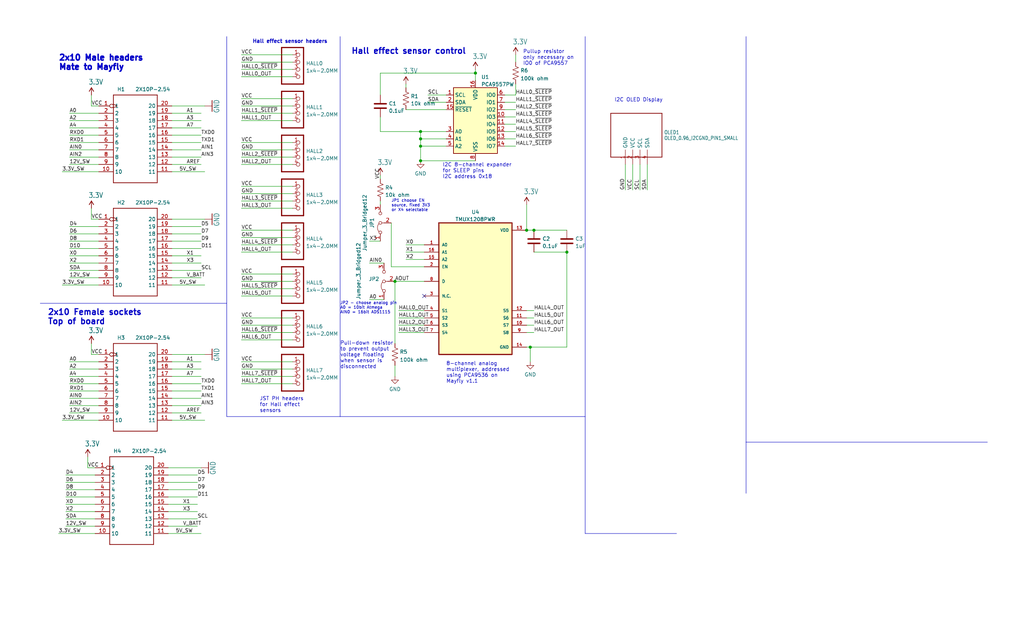
<source format=kicad_sch>
(kicad_sch (version 20230121) (generator eeschema)
  (paper "USLegal")
  (title_block (title "Mayfly adapter") (date "2023-01-27") (rev "B"))
  (lib_symbols
    (symbol "Device:C" (pin_numbers hide) (pin_names (offset 0.254))
      (property "Reference" "C" (at 0.635 2.54 0))
      (property "Value" "C" (at 0.635 -2.54 0))
      (symbol "C_0_1"
        (polyline (pts (xy -2.032 -0.762) (xy 2.032 -0.762)) (stroke (width 0.508)))
        (polyline (pts (xy -2.032 0.762) (xy 2.032 0.762)) (stroke (width 0.508)))
      )
      (symbol "C_1_1"
        (pin passive line (at 0 3.81 270) (length 2.794) (name "~") (number "1"))
        (pin passive line (at 0 -3.81 90) (length 2.794) (name "~") (number "2"))
      )
    )
    (symbol "Device:R_US" (pin_numbers hide) (pin_names (offset 0))
      (property "Reference" "R" (at 2.54 0 90))
      (property "Value" "R_US" (at -2.54 0 90))
      (symbol "R_US_0_1"
        (polyline (pts (xy 0 -2.286) (xy 0 -2.54)))
        (polyline (pts (xy 0 2.286) (xy 0 2.54)))
        (polyline (pts (xy 0 -0.762) (xy 1.016 -1.143) (xy 0 -1.524) (xy -1.016 -1.905) (xy 0 -2.286)))
        (polyline (pts (xy 0 0.762) (xy 1.016 0.381) (xy 0 0) (xy -1.016 -0.381) (xy 0 -0.762)))
        (polyline (pts (xy 0 2.286) (xy 1.016 1.905) (xy 0 1.524) (xy -1.016 1.143) (xy 0 0.762)))
      )
      (symbol "R_US_1_1"
        (pin passive line (at 0 3.81 270) (length 1.27) (name "~") (number "1"))
        (pin passive line (at 0 -3.81 90) (length 1.27) (name "~") (number "2"))
      )
    )
    (symbol "Interface_Expansion:PCA9557PW"
      (property "Reference" "U" (at -7.62 11.43 0))
      (property "Value" "PCA9557PW" (at 2.54 11.43 0))
      (symbol "PCA9557PW_0_1"
        (rectangle (start -7.62 -12.7) (end 7.62 10.16) (stroke (width 0.254)) (fill (type background)))
      )
      (symbol "PCA9557PW_1_1"
        (pin input line (at -10.16 7.62 0) (length 2.54) (name "SCL") (number "1"))
        (pin bidirectional line (at 10.16 0 180) (length 2.54) (name "IO3") (number "10"))
        (pin bidirectional line (at 10.16 -2.54 180) (length 2.54) (name "IO4") (number "11"))
        (pin bidirectional line (at 10.16 -5.08 180) (length 2.54) (name "IO5") (number "12"))
        (pin bidirectional line (at 10.16 -7.62 180) (length 2.54) (name "IO6") (number "13"))
        (pin bidirectional line (at 10.16 -10.16 180) (length 2.54) (name "IO7") (number "14"))
        (pin input line (at -10.16 2.54 0) (length 2.54) (name "~{RESET}") (number "15"))
        (pin power_in line (at 0 12.7 270) (length 2.54) (name "VDD") (number "16"))
        (pin bidirectional line (at -10.16 5.08 0) (length 2.54) (name "SDA") (number "2"))
        (pin input line (at -10.16 -5.08 0) (length 2.54) (name "A0") (number "3"))
        (pin input line (at -10.16 -7.62 0) (length 2.54) (name "A1") (number "4"))
        (pin input line (at -10.16 -10.16 0) (length 2.54) (name "A2") (number "5"))
        (pin bidirectional line (at 10.16 7.62 180) (length 2.54) (name "IO0") (number "6"))
        (pin bidirectional line (at 10.16 5.08 180) (length 2.54) (name "IO1") (number "7"))
        (pin power_in line (at 0 -15.24 90) (length 2.54) (name "VSS") (number "8"))
        (pin bidirectional line (at 10.16 2.54 180) (length 2.54) (name "IO2") (number "9"))
      )
    )
    (symbol "Jumper:Jumper_3_Bridged12" (pin_names (offset 0) hide)
      (property "Reference" "JP" (at -2.54 -2.54 0))
      (property "Value" "Jumper_3_Bridged12" (at 0 2.794 0))
      (symbol "Jumper_3_Bridged12_0_0"
        (circle (center -3.302 0) (radius 0.508))
        (circle (center 0 0) (radius 0.508))
        (circle (center 3.302 0) (radius 0.508))
      )
      (symbol "Jumper_3_Bridged12_0_1"
        (arc (start -0.254 0.508) (mid -1.651 0.9912) (end -3.048 0.508))
        (polyline (pts (xy 0 -1.27) (xy 0 -0.508)))
      )
      (symbol "Jumper_3_Bridged12_1_1"
        (pin passive line (at -6.35 0 0) (length 2.54) (name "A") (number "1"))
        (pin passive line (at 0 -3.81 90) (length 2.54) (name "C") (number "2"))
        (pin passive line (at 6.35 0 180) (length 2.54) (name "B") (number "3"))
      )
    )
    (symbol "Mayfly_v1p0_revA3_public-eagle-import:3.3V" (power)
      (property "Value" "3.3V" (at -1.016 3.556 0))
      (symbol "3.3V_1_0"
        (polyline (pts (xy 0 2.54) (xy -0.762 1.27)) (stroke (width 0.254)))
        (polyline (pts (xy 0.762 1.27) (xy 0 2.54)) (stroke (width 0.254)))
        (pin power_in line (at 0 0 90) (length 2.54) (name "3.3V") (number "1"))
      )
    )
    (symbol "Mayfly_v1p0_revA3_public-eagle-import:DIP-BLACK-FEMALE-HEADER(2X10P-2.54)-2.54"
      (property "Reference" "J" (at -6.35 17.78 0))
      (property "Value" "DIP-BLACK-FEMALE-HEADER(2X10P-2.54)-2.54" (at 0 17.78 0))
      (symbol "DIP-BLACK-FEMALE-HEADER(2X10P-2.54)-2.54_1_0"
        (polyline (pts (xy -7.62 -13.97) (xy -7.62 16.51)) (stroke (width 0.254)))
        (polyline (pts (xy -7.62 16.51) (xy 7.62 16.51)) (stroke (width 0.254)))
        (polyline (pts (xy 7.62 -13.97) (xy -7.62 -13.97)) (stroke (width 0.254)))
        (polyline (pts (xy 7.62 16.51) (xy 7.62 -13.97)) (stroke (width 0.254)))
        (pin bidirectional inverted_clock (at -12.7 12.7 0) (length 5.08) (name "1") (number "1"))
        (pin bidirectional line (at -12.7 -10.16 0) (length 5.08) (name "10") (number "10"))
        (pin bidirectional line (at 12.7 -10.16 180) (length 5.08) (name "11") (number "11"))
        (pin bidirectional line (at 12.7 -7.62 180) (length 5.08) (name "12") (number "12"))
        (pin bidirectional line (at 12.7 -5.08 180) (length 5.08) (name "13") (number "13"))
        (pin bidirectional line (at 12.7 -2.54 180) (length 5.08) (name "14") (number "14"))
        (pin bidirectional line (at 12.7 0 180) (length 5.08) (name "15") (number "15"))
        (pin bidirectional line (at 12.7 2.54 180) (length 5.08) (name "16") (number "16"))
        (pin bidirectional line (at 12.7 5.08 180) (length 5.08) (name "17") (number "17"))
        (pin bidirectional line (at 12.7 7.62 180) (length 5.08) (name "18") (number "18"))
        (pin bidirectional line (at 12.7 10.16 180) (length 5.08) (name "19") (number "19"))
        (pin bidirectional line (at -12.7 10.16 0) (length 5.08) (name "2") (number "2"))
        (pin bidirectional line (at 12.7 12.7 180) (length 5.08) (name "20") (number "20"))
        (pin bidirectional line (at -12.7 7.62 0) (length 5.08) (name "3") (number "3"))
        (pin bidirectional line (at -12.7 5.08 0) (length 5.08) (name "4") (number "4"))
        (pin bidirectional line (at -12.7 2.54 0) (length 5.08) (name "5") (number "5"))
        (pin bidirectional line (at -12.7 0 0) (length 5.08) (name "6") (number "6"))
        (pin bidirectional line (at -12.7 -2.54 0) (length 5.08) (name "7") (number "7"))
        (pin bidirectional line (at -12.7 -5.08 0) (length 5.08) (name "8") (number "8"))
        (pin bidirectional line (at -12.7 -7.62 0) (length 5.08) (name "9") (number "9"))
      )
    )
    (symbol "Mayfly_v1p0_revA3_public-eagle-import:GND" (power)
      (property "Value" "GND" (at -2.54 -2.54 0))
      (symbol "GND_1_0"
        (polyline (pts (xy -1.905 0) (xy 1.905 0)) (stroke (width 0.254)))
        (pin power_in line (at 0 2.54 270) (length 2.54) (name "GND") (number "1"))
      )
    )
    (symbol "Miller_parts:1x4-2.0MM"
      (property "Reference" "H" (at 0 16.51 0))
      (property "Value" "1x4-2.0MM" (at 0 0 0))
      (symbol "1x4-2.0MM_1_0"
        (polyline (pts (xy -3.81 1.27) (xy 3.81 1.27)) (stroke (width 0.4064)))
        (polyline (pts (xy -3.81 13.97) (xy -3.81 1.27)) (stroke (width 0.4064)))
        (polyline (pts (xy 3.81 1.27) (xy 3.81 13.97)) (stroke (width 0.4064)))
        (polyline (pts (xy 3.81 13.97) (xy -3.81 13.97)) (stroke (width 0.4064)))
        (pin passive inverted (at 0 11.43 0) (length 2.54) (name "1") (number "1"))
        (pin passive inverted (at 0 8.89 0) (length 2.54) (name "2") (number "2"))
        (pin passive inverted (at 0 6.35 0) (length 2.54) (name "3") (number "3"))
        (pin passive inverted (at 0 3.81 0) (length 2.54) (name "4") (number "4"))
      )
    )
    (symbol "OLED_0.96_I2Cgnd_pin1_small:OLED_0.96_I2CGND_PIN1_SMALL"
      (property "Reference" "OLED0" (at -10.668 -7.112 90))
      (property "Value" "OLED_0.96_I2CGND_PIN1_SMALL" (at -10.668 0.508 90))
      (symbol "OLED_0.96_I2CGND_PIN1_SMALL_1_0"
        (polyline (pts (xy -10.16 -7.62) (xy -10.16 7.62)) (stroke (width 0.254)))
        (polyline (pts (xy -10.16 7.62) (xy 7.62 7.62)) (stroke (width 0.254)))
        (polyline (pts (xy 7.62 -7.62) (xy -10.16 -7.62)) (stroke (width 0.254)))
        (polyline (pts (xy 7.62 7.62) (xy 7.62 -7.62)) (stroke (width 0.254)))
        (pin bidirectional line (at -5.08 -10.16 90) (length 5.08) (name "GND") (number "1"))
        (pin bidirectional line (at -2.54 -10.16 90) (length 5.08) (name "VCC") (number "2"))
        (pin bidirectional line (at 0 -10.16 90) (length 5.08) (name "SCL") (number "3"))
        (pin bidirectional line (at 2.54 -10.16 90) (length 5.08) (name "SDA") (number "4"))
      )
    )
    (symbol "TMUX1208PWR:TMUX1208PWR" (pin_names (offset 1.016))
      (property "Reference" "U" (at -12.7 23.8506 0))
      (property "Value" "TMUX1208PWR" (at -12.7 -26.8478 0))
      (symbol "TMUX1208PWR_0_0"
        (rectangle (start -12.7 -22.86) (end 12.7 22.86) (stroke (width 0.4064)) (fill (type background)))
        (pin input line (at -17.78 15.24 0) (length 5.08) (name "A0") (number "1"))
        (pin bidirectional line (at 17.78 -12.7 180) (length 5.08) (name "S7") (number "10"))
        (pin bidirectional line (at 17.78 -10.16 180) (length 5.08) (name "S6") (number "11"))
        (pin bidirectional line (at 17.78 -7.62 180) (length 5.08) (name "S5") (number "12"))
        (pin power_in line (at 17.78 20.32 180) (length 5.08) (name "VDD") (number "13"))
        (pin power_in line (at 17.78 -20.32 180) (length 5.08) (name "GND") (number "14"))
        (pin input line (at -17.78 10.16 0) (length 5.08) (name "A2") (number "15"))
        (pin input line (at -17.78 12.7 0) (length 5.08) (name "A1") (number "16"))
        (pin input line (at -17.78 7.62 0) (length 5.08) (name "EN") (number "2"))
        (pin bidirectional line (at -17.78 -2.54 0) (length 5.08) (name "N.C.") (number "3"))
        (pin bidirectional line (at -17.78 -7.62 0) (length 5.08) (name "S1") (number "4"))
        (pin bidirectional line (at -17.78 -10.16 0) (length 5.08) (name "S2") (number "5"))
        (pin bidirectional line (at -17.78 -12.7 0) (length 5.08) (name "S3") (number "6"))
        (pin bidirectional line (at -17.78 -15.24 0) (length 5.08) (name "S4") (number "7"))
        (pin bidirectional line (at -17.78 2.54 0) (length 5.08) (name "D") (number "8"))
        (pin bidirectional line (at 17.78 -15.24 180) (length 5.08) (name "S8") (number "9"))
      )
    )
    (symbol "power:GND" (power) (pin_names (offset 0))
      (property "Value" "GND" (at 0 -3.81 0))
      (symbol "GND_0_1"
        (polyline (pts (xy 0 0) (xy 0 -1.27) (xy 1.27 -1.27) (xy 0 -2.54) (xy -1.27 -1.27) (xy 0 -1.27)))
      )
      (symbol "GND_1_1"
        (pin power_in line (at 0 0 270) (length 0) hide (name "GND") (number "1"))
      )
    )
  )
  (junction (at 137.16 97.79))
  (junction (at 165.1 25.4))
  (junction (at 182.88 80.01))
  (junction (at 185.42 80.01))
  (junction (at 184.15 120.65))
  (junction (at 146.05 48.26))
  (junction (at 146.05 55.88))
  (junction (at 146.05 45.72))
  (junction (at 196.85 87.63))
  (junction (at 146.05 50.8))
  (no_connect (at 147.32 102.87))
  (wire (pts (xy 58.42 175.26) (xy 68.58 175.26)))
  (wire (pts (xy 24.13 125.73) (xy 34.29 125.73)))
  (wire (pts (xy 83.82 133.35) (xy 101.6 133.35)))
  (wire (pts (xy 59.69 133.35) (xy 69.85 133.35)))
  (wire (pts (xy 59.69 91.44) (xy 69.85 91.44)))
  (wire (pts (xy 128.27 83.82) (xy 132.08 83.82)))
  (wire (pts (xy 175.26 43.18) (xy 179.07 43.18)))
  (wire (pts (xy 83.82 72.39) (xy 101.6 72.39)))
  (wire (pts (xy 83.82 85.09) (xy 101.6 85.09)))
  (wire (pts (xy 33.02 162.56) (xy 30.48 162.56)))
  (polyline (pts (xy 203.2 185.42) (xy 234.95 185.42)))
  (wire (pts (xy 175.26 45.72) (xy 179.07 45.72)))
  (wire (pts (xy 146.05 50.8) (xy 154.94 50.8)))
  (wire (pts (xy 58.42 170.18) (xy 68.58 170.18)))
  (wire (pts (xy 59.69 96.52) (xy 69.85 96.52)))
  (wire (pts (xy 34.29 36.83) (xy 31.75 36.83)))
  (polyline (pts (xy 203.2 12.7) (xy 203.2 144.78)))
  (wire (pts (xy 33.02 177.8) (xy 22.86 177.8)))
  (wire (pts (xy 59.69 135.89) (xy 69.85 135.89)))
  (wire (pts (xy 34.29 138.43) (xy 24.13 138.43)))
  (polyline (pts (xy 118.11 144.78) (xy 203.2 144.78)))
  (wire (pts (xy 222.25 57.15) (xy 222.25 66.04)))
  (wire (pts (xy 83.82 39.37) (xy 101.6 39.37)))
  (wire (pts (xy 135.89 92.71) (xy 147.32 92.71)))
  (wire (pts (xy 24.13 41.91) (xy 34.29 41.91)))
  (wire (pts (xy 59.69 49.53) (xy 69.85 49.53)))
  (wire (pts (xy 34.29 81.28) (xy 24.13 81.28)))
  (wire (pts (xy 59.69 143.51) (xy 69.85 143.51)))
  (wire (pts (xy 59.69 57.15) (xy 69.85 57.15)))
  (polyline (pts (xy 203.2 144.78) (xy 203.2 185.42)))
  (wire (pts (xy 175.26 38.1) (xy 179.07 38.1)))
  (wire (pts (xy 34.29 78.74) (xy 24.13 78.74)))
  (wire (pts (xy 69.85 41.91) (xy 59.69 41.91)))
  (wire (pts (xy 83.82 102.87) (xy 101.6 102.87)))
  (wire (pts (xy 59.69 130.81) (xy 69.85 130.81)))
  (wire (pts (xy 59.69 123.19) (xy 71.12 123.19)))
  (wire (pts (xy 185.42 80.01) (xy 182.88 80.01)))
  (wire (pts (xy 59.69 88.9) (xy 69.85 88.9)))
  (wire (pts (xy 83.82 82.55) (xy 101.6 82.55)))
  (wire (pts (xy 59.69 125.73) (xy 69.85 125.73)))
  (wire (pts (xy 146.05 48.26) (xy 146.05 50.8)))
  (wire (pts (xy 34.29 135.89) (xy 24.13 135.89)))
  (wire (pts (xy 154.94 45.72) (xy 146.05 45.72)))
  (wire (pts (xy 34.29 91.44) (xy 24.13 91.44)))
  (wire (pts (xy 83.82 36.83) (xy 101.6 36.83)))
  (wire (pts (xy 132.08 25.4) (xy 132.08 33.02)))
  (wire (pts (xy 24.13 128.27) (xy 34.29 128.27)))
  (wire (pts (xy 34.29 49.53) (xy 24.13 49.53)))
  (wire (pts (xy 179.07 19.05) (xy 179.07 21.59)))
  (wire (pts (xy 175.26 35.56) (xy 179.07 35.56)))
  (wire (pts (xy 83.82 115.57) (xy 101.6 115.57)))
  (wire (pts (xy 83.82 67.31) (xy 101.6 67.31)))
  (wire (pts (xy 138.43 113.03) (xy 147.32 113.03)))
  (wire (pts (xy 83.82 87.63) (xy 101.6 87.63)))
  (wire (pts (xy 24.13 130.81) (xy 34.29 130.81)))
  (wire (pts (xy 175.26 50.8) (xy 179.07 50.8)))
  (wire (pts (xy 31.75 33.02) (xy 31.75 36.83)))
  (wire (pts (xy 148.59 35.56) (xy 154.94 35.56)))
  (polyline (pts (xy 118.11 144.78) (xy 78.74 144.78)))
  (wire (pts (xy 132.08 45.72) (xy 146.05 45.72)))
  (wire (pts (xy 30.48 158.75) (xy 30.48 162.56)))
  (wire (pts (xy 34.29 133.35) (xy 24.13 133.35)))
  (wire (pts (xy 83.82 100.33) (xy 101.6 100.33)))
  (wire (pts (xy 59.69 52.07) (xy 69.85 52.07)))
  (wire (pts (xy 83.82 97.79) (xy 101.6 97.79)))
  (wire (pts (xy 58.42 172.72) (xy 68.58 172.72)))
  (polyline (pts (xy 259.08 153.67) (xy 342.9 153.67)))
  (wire (pts (xy 59.69 59.69) (xy 71.12 59.69)))
  (wire (pts (xy 182.88 71.12) (xy 182.88 80.01)))
  (wire (pts (xy 146.05 50.8) (xy 146.05 55.88)))
  (wire (pts (xy 83.82 69.85) (xy 101.6 69.85)))
  (wire (pts (xy 83.82 19.05) (xy 101.6 19.05)))
  (wire (pts (xy 34.29 76.2) (xy 31.75 76.2)))
  (wire (pts (xy 140.97 90.17) (xy 147.32 90.17)))
  (wire (pts (xy 146.05 55.88) (xy 165.1 55.88)))
  (wire (pts (xy 132.08 40.64) (xy 132.08 45.72)))
  (wire (pts (xy 196.85 120.65) (xy 184.15 120.65)))
  (wire (pts (xy 34.29 83.82) (xy 24.13 83.82)))
  (wire (pts (xy 182.88 110.49) (xy 185.42 110.49)))
  (wire (pts (xy 182.88 113.03) (xy 185.42 113.03)))
  (polyline (pts (xy 259.08 153.67) (xy 259.08 171.45)))
  (wire (pts (xy 59.69 46.99) (xy 69.85 46.99)))
  (wire (pts (xy 132.08 60.96) (xy 132.08 62.23)))
  (wire (pts (xy 33.02 180.34) (xy 22.86 180.34)))
  (wire (pts (xy 132.08 25.4) (xy 165.1 25.4)))
  (wire (pts (xy 137.16 97.79) (xy 137.16 119.38)))
  (wire (pts (xy 83.82 41.91) (xy 101.6 41.91)))
  (wire (pts (xy 83.82 110.49) (xy 101.6 110.49)))
  (polyline (pts (xy 78.74 12.7) (xy 78.74 105.41)))
  (polyline (pts (xy 13.97 105.41) (xy 78.74 105.41)))
  (wire (pts (xy 185.42 87.63) (xy 196.85 87.63)))
  (wire (pts (xy 59.69 78.74) (xy 69.85 78.74)))
  (wire (pts (xy 34.29 123.19) (xy 31.75 123.19)))
  (wire (pts (xy 34.29 140.97) (xy 24.13 140.97)))
  (wire (pts (xy 59.69 86.36) (xy 69.85 86.36)))
  (wire (pts (xy 182.88 107.95) (xy 185.42 107.95)))
  (wire (pts (xy 34.29 54.61) (xy 24.13 54.61)))
  (wire (pts (xy 83.82 34.29) (xy 101.6 34.29)))
  (wire (pts (xy 34.29 52.07) (xy 24.13 52.07)))
  (polyline (pts (xy 78.74 144.78) (xy 78.74 105.41)))
  (wire (pts (xy 175.26 48.26) (xy 179.07 48.26)))
  (wire (pts (xy 146.05 45.72) (xy 146.05 48.26)))
  (wire (pts (xy 69.85 128.27) (xy 59.69 128.27)))
  (wire (pts (xy 83.82 113.03) (xy 101.6 113.03)))
  (wire (pts (xy 83.82 80.01) (xy 101.6 80.01)))
  (wire (pts (xy 34.29 146.05) (xy 21.59 146.05)))
  (wire (pts (xy 34.29 59.69) (xy 21.59 59.69)))
  (wire (pts (xy 58.42 165.1) (xy 68.58 165.1)))
  (wire (pts (xy 140.97 29.21) (xy 140.97 30.48)))
  (wire (pts (xy 59.69 146.05) (xy 71.12 146.05)))
  (wire (pts (xy 83.82 57.15) (xy 101.6 57.15)))
  (wire (pts (xy 175.26 40.64) (xy 179.07 40.64)))
  (wire (pts (xy 33.02 170.18) (xy 22.86 170.18)))
  (wire (pts (xy 59.69 76.2) (xy 71.12 76.2)))
  (wire (pts (xy 135.89 77.47) (xy 135.89 92.71)))
  (wire (pts (xy 140.97 87.63) (xy 147.32 87.63)))
  (wire (pts (xy 58.42 185.42) (xy 69.85 185.42)))
  (wire (pts (xy 83.82 64.77) (xy 101.6 64.77)))
  (wire (pts (xy 83.82 128.27) (xy 101.6 128.27)))
  (wire (pts (xy 59.69 44.45) (xy 69.85 44.45)))
  (wire (pts (xy 132.08 69.85) (xy 132.08 71.12)))
  (wire (pts (xy 224.79 57.15) (xy 224.79 66.04)))
  (wire (pts (xy 83.82 21.59) (xy 101.6 21.59)))
  (wire (pts (xy 34.29 96.52) (xy 24.13 96.52)))
  (wire (pts (xy 34.29 46.99) (xy 24.13 46.99)))
  (wire (pts (xy 58.42 167.64) (xy 68.58 167.64)))
  (wire (pts (xy 24.13 39.37) (xy 34.29 39.37)))
  (wire (pts (xy 83.82 95.25) (xy 101.6 95.25)))
  (wire (pts (xy 33.02 182.88) (xy 22.86 182.88)))
  (wire (pts (xy 59.69 81.28) (xy 69.85 81.28)))
  (wire (pts (xy 59.69 140.97) (xy 69.85 140.97)))
  (wire (pts (xy 34.29 143.51) (xy 24.13 143.51)))
  (wire (pts (xy 83.82 130.81) (xy 101.6 130.81)))
  (wire (pts (xy 58.42 182.88) (xy 68.58 182.88)))
  (wire (pts (xy 185.42 80.01) (xy 196.85 80.01)))
  (wire (pts (xy 165.1 24.13) (xy 165.1 25.4)))
  (wire (pts (xy 182.88 115.57) (xy 185.42 115.57)))
  (wire (pts (xy 33.02 172.72) (xy 22.86 172.72)))
  (wire (pts (xy 83.82 125.73) (xy 101.6 125.73)))
  (wire (pts (xy 58.42 177.8) (xy 68.58 177.8)))
  (wire (pts (xy 182.88 120.65) (xy 184.15 120.65)))
  (wire (pts (xy 33.02 165.1) (xy 22.86 165.1)))
  (wire (pts (xy 137.16 127) (xy 137.16 130.81)))
  (wire (pts (xy 59.69 138.43) (xy 69.85 138.43)))
  (wire (pts (xy 196.85 87.63) (xy 196.85 120.65)))
  (wire (pts (xy 179.07 29.21) (xy 179.07 33.02)))
  (wire (pts (xy 140.97 85.09) (xy 147.32 85.09)))
  (wire (pts (xy 138.43 115.57) (xy 147.32 115.57)))
  (wire (pts (xy 83.82 49.53) (xy 101.6 49.53)))
  (wire (pts (xy 137.16 97.79) (xy 147.32 97.79)))
  (wire (pts (xy 58.42 180.34) (xy 68.58 180.34)))
  (wire (pts (xy 31.75 119.38) (xy 31.75 123.19)))
  (wire (pts (xy 128.27 104.14) (xy 133.35 104.14)))
  (wire (pts (xy 59.69 99.06) (xy 71.12 99.06)))
  (polyline (pts (xy 259.08 12.7) (xy 259.08 153.67)))
  (wire (pts (xy 33.02 167.64) (xy 22.86 167.64)))
  (wire (pts (xy 128.27 91.44) (xy 133.35 91.44)))
  (wire (pts (xy 59.69 83.82) (xy 69.85 83.82)))
  (wire (pts (xy 138.43 110.49) (xy 147.32 110.49)))
  (wire (pts (xy 165.1 25.4) (xy 165.1 27.94)))
  (wire (pts (xy 58.42 162.56) (xy 69.85 162.56)))
  (wire (pts (xy 34.29 93.98) (xy 24.13 93.98)))
  (wire (pts (xy 33.02 185.42) (xy 20.32 185.42)))
  (wire (pts (xy 59.69 93.98) (xy 69.85 93.98)))
  (wire (pts (xy 217.17 57.15) (xy 217.17 66.04)))
  (wire (pts (xy 34.29 88.9) (xy 24.13 88.9)))
  (polyline (pts (xy 118.11 12.7) (xy 118.11 144.78)))
  (wire (pts (xy 24.13 44.45) (xy 34.29 44.45)))
  (wire (pts (xy 154.94 38.1) (xy 140.97 38.1)))
  (wire (pts (xy 146.05 48.26) (xy 154.94 48.26)))
  (wire (pts (xy 34.29 57.15) (xy 24.13 57.15)))
  (wire (pts (xy 148.59 33.02) (xy 154.94 33.02)))
  (wire (pts (xy 31.75 72.39) (xy 31.75 76.2)))
  (wire (pts (xy 59.69 39.37) (xy 69.85 39.37)))
  (wire (pts (xy 33.02 175.26) (xy 22.86 175.26)))
  (wire (pts (xy 83.82 118.11) (xy 101.6 118.11)))
  (wire (pts (xy 184.15 120.65) (xy 184.15 125.73)))
  (wire (pts (xy 138.43 107.95) (xy 147.32 107.95)))
  (wire (pts (xy 34.29 99.06) (xy 21.59 99.06)))
  (wire (pts (xy 34.29 86.36) (xy 24.13 86.36)))
  (wire (pts (xy 59.69 54.61) (xy 69.85 54.61)))
  (wire (pts (xy 83.82 52.07) (xy 101.6 52.07)))
  (wire (pts (xy 83.82 26.67) (xy 101.6 26.67)))
  (wire (pts (xy 83.82 54.61) (xy 101.6 54.61)))
  (wire (pts (xy 219.71 57.15) (xy 219.71 66.04)))
  (wire (pts (xy 59.69 36.83) (xy 71.12 36.83)))
  (wire (pts (xy 175.26 33.02) (xy 179.07 33.02)))
  (wire (pts (xy 83.82 24.13) (xy 101.6 24.13)))
  (text "Hall effect sensor headers" (at 87.63 15.24 0) (effects (font (size 1.27 1.27) bold) (justify left bottom)))
  (text "JST PH headers\nfor Hall effect\nsensors" (at 90.17 143.51 0) (effects (font (size 1.27 1.27)) (justify left bottom)))
  (text "Pullup resistor\nonly necessary on\nIO0 of PCA9557" (at 181.61 22.86 0) (effects (font (size 1.27 1.27)) (justify left bottom)))
  (text "JP1 choose EN \nsource, fixed 3V3\nor X4 selectable" (at 135.89 73.66 0) (effects (font (size 1 1)) (justify left bottom)))
  (text "2x10 Female sockets\nTop of board" (at 16.51 113.03 0) (effects (font (size 2 2) bold) (justify left bottom)))
  (text "JP2 - choose analog pin\nA0 = 10bit Atmega\nAIN0 = 16bit ADS1115" (at 118.11 109.22 0) (effects (font (size 1 1)) (justify left bottom)))
  (text "I2C OLED Display" (at 213.36 35.56 0) (effects (font (size 1.27 1.27)) (justify left bottom)))
  (text "I2C 8-channel expander\nfor SLEEP pins\nI2C address 0x18" (at 153.67 62.23 0) (effects (font (size 1.27 1.27)) (justify left bottom)))
  (text "Hall effect sensor control" (at 121.92 19.05 0) (effects (font (size 2 2) (thickness 0.4) bold) (justify left bottom)))
  (text "8-channel analog\nmultiplexer, addressed\nusing PCA9536 on \nMayfly v1.1" (at 154.94 133.35 0) (effects (font (size 1.27 1.27)) (justify left bottom)))
  (text "Pull-down resistor\nto prevent output\nvoltage floating\nwhen sensor is\ndisconnected" (at 118.11 128.27 0) (effects (font (size 1.27 1.27)) (justify left bottom)))
  (text "2x10 Male headers\nMate to Mayfly" (at 20.32 19.05 0) (effects (font (size 2 2) (thickness 0.6477) bold) (justify left top)))
  (label "D11" (at 68.58 172.72 0) (effects (font (size 1.2446 1.2446))))
  (label "SDA" (at 22.86 180.34 0) (effects (font (size 1.2446 1.2446))))
  (label "HALL7_OUT" (at 185.42 115.57 0))
  (label "HALL6_~{SLEEP}" (at 179.07 48.26 0))
  (label "HALL3_~{SLEEP}" (at 83.82 69.85 0))
  (label "RXD1" (at 24.13 49.53 0) (effects (font (size 1.2446 1.2446))))
  (label "AIN1" (at 69.85 138.43 0) (effects (font (size 1.2446 1.2446))))
  (label "VCC" (at 83.82 125.73 0))
  (label "X2" (at 140.97 90.17 0))
  (label "D7" (at 69.85 81.28 0) (effects (font (size 1.2446 1.2446))))
  (label "VCC" (at 83.82 95.25 0))
  (label "V_BATT" (at 64.77 96.52 0) (effects (font (size 1.2446 1.2446))))
  (label "VCC" (at 83.82 49.53 0))
  (label "SDA" (at 148.59 35.56 0))
  (label "A1" (at 64.77 125.73 0) (effects (font (size 1.2446 1.2446))))
  (label "X3" (at 128.27 83.82 0))
  (label "GND" (at 83.82 128.27 0))
  (label "HALL6_OUT" (at 185.42 113.03 0))
  (label "SCL" (at 148.59 33.02 0))
  (label "RXD1" (at 24.13 135.89 0) (effects (font (size 1.2446 1.2446))))
  (label "HALL0_~{SLEEP}" (at 83.82 24.13 0))
  (label "X2" (at 22.86 177.8 0) (effects (font (size 1.2446 1.2446))))
  (label "HALL4_OUT" (at 185.42 107.95 0))
  (label "VCC" (at 31.75 36.83 0))
  (label "GND" (at 217.17 66.04 90))
  (label "D6" (at 22.86 167.64 0) (effects (font (size 1.2446 1.2446))))
  (label "D10" (at 24.13 86.36 0) (effects (font (size 1.2446 1.2446))))
  (label "GND" (at 83.82 36.83 0))
  (label "A1" (at 64.77 39.37 0) (effects (font (size 1.2446 1.2446))))
  (label "X3" (at 63.5 177.8 0) (effects (font (size 1.2446 1.2446))))
  (label "AREF" (at 64.77 57.15 0) (effects (font (size 1.2446 1.2446))))
  (label "D9" (at 69.85 83.82 0) (effects (font (size 1.2446 1.2446))))
  (label "D7" (at 68.58 167.64 0) (effects (font (size 1.2446 1.2446))))
  (label "5V_SW" (at 60.96 185.42 0) (effects (font (size 1.2446 1.2446))))
  (label "D9" (at 68.58 170.18 0) (effects (font (size 1.2446 1.2446))))
  (label "12V_SW" (at 22.86 182.88 0) (effects (font (size 1.2446 1.2446))))
  (label "V_BATT" (at 63.5 182.88 0) (effects (font (size 1.2446 1.2446))))
  (label "HALL0_OUT" (at 138.43 107.95 0))
  (label "HALL5_OUT" (at 185.42 110.49 0))
  (label "3.3V_SW" (at 20.32 185.42 0) (effects (font (size 1.2446 1.2446))))
  (label "GND" (at 83.82 82.55 0))
  (label "3.3V_SW" (at 21.59 99.06 0) (effects (font (size 1.2446 1.2446))))
  (label "AIN3" (at 69.85 140.97 0) (effects (font (size 1.2446 1.2446))))
  (label "RXD0" (at 24.13 46.99 0) (effects (font (size 1.2446 1.2446))))
  (label "D10" (at 22.86 172.72 0) (effects (font (size 1.2446 1.2446))))
  (label "SCL" (at 69.85 93.98 0) (effects (font (size 1.2446 1.2446))))
  (label "D5" (at 68.58 165.1 0) (effects (font (size 1.2446 1.2446))))
  (label "HALL2_OUT" (at 138.43 113.03 0))
  (label "VCC" (at 83.82 19.05 0))
  (label "A3" (at 64.77 41.91 0) (effects (font (size 1.2446 1.2446))))
  (label "A2" (at 24.13 128.27 0) (effects (font (size 1.2446 1.2446))))
  (label "VCC" (at 219.71 66.04 90))
  (label "HALL5_~{SLEEP}" (at 179.07 45.72 0))
  (label "AOUT" (at 137.16 97.79 0))
  (label "VCC" (at 83.82 110.49 0))
  (label "HALL3_~{SLEEP}" (at 179.07 40.64 0))
  (label "GND" (at 83.82 113.03 0))
  (label "X3" (at 64.77 91.44 0) (effects (font (size 1.2446 1.2446))))
  (label "AREF" (at 64.77 143.51 0) (effects (font (size 1.2446 1.2446))))
  (label "HALL0_~{SLEEP}" (at 179.07 33.02 0))
  (label "5V_SW" (at 62.23 146.05 0) (effects (font (size 1.2446 1.2446))))
  (label "A0" (at 24.13 39.37 0) (effects (font (size 1.2446 1.2446))))
  (label "12V_SW" (at 24.13 96.52 0) (effects (font (size 1.2446 1.2446))))
  (label "D5" (at 69.85 78.74 0) (effects (font (size 1.2446 1.2446))))
  (label "D4" (at 22.86 165.1 0) (effects (font (size 1.2446 1.2446))))
  (label "SDA" (at 224.79 66.04 90))
  (label "D4" (at 24.13 78.74 0) (effects (font (size 1.2446 1.2446))))
  (label "12V_SW" (at 24.13 143.51 0) (effects (font (size 1.2446 1.2446))))
  (label "5V_SW" (at 62.23 99.06 0) (effects (font (size 1.2446 1.2446))))
  (label "VCC" (at 31.75 76.2 0))
  (label "VCC" (at 31.75 123.19 0))
  (label "A4" (at 24.13 44.45 0) (effects (font (size 1.2446 1.2446))))
  (label "HALL6_~{SLEEP}" (at 83.82 115.57 0))
  (label "A7" (at 64.77 130.81 0) (effects (font (size 1.2446 1.2446))))
  (label "AIN0" (at 24.13 52.07 0) (effects (font (size 1.2446 1.2446))))
  (label "AIN2" (at 24.13 54.61 0) (effects (font (size 1.2446 1.2446))))
  (label "VCC" (at 30.48 162.56 0))
  (label "AIN3" (at 69.85 54.61 0) (effects (font (size 1.2446 1.2446))))
  (label "D11" (at 69.85 86.36 0) (effects (font (size 1.2446 1.2446))))
  (label "X0" (at 140.97 85.09 0))
  (label "HALL0_OUT" (at 83.82 26.67 0))
  (label "TXD0" (at 69.85 46.99 0) (effects (font (size 1.2446 1.2446))))
  (label "HALL2_OUT" (at 83.82 57.15 0))
  (label "AIN0" (at 24.13 138.43 0) (effects (font (size 1.2446 1.2446))))
  (label "HALL1_OUT" (at 83.82 41.91 0))
  (label "HALL3_OUT" (at 83.82 72.39 0))
  (label "X1" (at 140.97 87.63 0))
  (label "HALL5_~{SLEEP}" (at 83.82 100.33 0))
  (label "RXD0" (at 24.13 133.35 0) (effects (font (size 1.2446 1.2446))))
  (label "X2" (at 24.13 91.44 0) (effects (font (size 1.2446 1.2446))))
  (label "X1" (at 63.5 175.26 0) (effects (font (size 1.2446 1.2446))))
  (label "HALL2_~{SLEEP}" (at 83.82 54.61 0))
  (label "AIN2" (at 24.13 140.97 0) (effects (font (size 1.2446 1.2446))))
  (label "HALL4_~{SLEEP}" (at 179.07 43.18 0))
  (label "12V_SW" (at 24.13 57.15 0) (effects (font (size 1.2446 1.2446))))
  (label "3.3V_SW" (at 21.59 146.05 0) (effects (font (size 1.2446 1.2446))))
  (label "VCC" (at 83.82 64.77 0))
  (label "A2" (at 24.13 41.91 0) (effects (font (size 1.2446 1.2446))))
  (label "HALL3_OUT" (at 138.43 115.57 0))
  (label "5V_SW" (at 62.23 59.69 0) (effects (font (size 1.2446 1.2446))))
  (label "HALL7_OUT" (at 83.82 133.35 0))
  (label "VCC" (at 83.82 80.01 0))
  (label "D8" (at 24.13 83.82 0) (effects (font (size 1.2446 1.2446))))
  (label "HALL7_~{SLEEP}" (at 179.07 50.8 0))
  (label "X1" (at 64.77 88.9 0) (effects (font (size 1.2446 1.2446))))
  (label "A0" (at 128.27 104.14 0))
  (label "GND" (at 83.82 21.59 0))
  (label "HALL4_OUT" (at 83.82 87.63 0))
  (label "GND" (at 83.82 97.79 0))
  (label "AIN1" (at 69.85 52.07 0) (effects (font (size 1.2446 1.2446))))
  (label "GND" (at 83.82 67.31 0))
  (label "HALL7_~{SLEEP}" (at 83.82 130.81 0))
  (label "SDA" (at 24.13 93.98 0) (effects (font (size 1.2446 1.2446))))
  (label "TXD1" (at 69.85 49.53 0) (effects (font (size 1.2446 1.2446))))
  (label "X0" (at 24.13 88.9 0) (effects (font (size 1.2446 1.2446))))
  (label "HALL1_OUT" (at 138.43 110.49 0))
  (label "HALL5_OUT" (at 83.82 102.87 0))
  (label "HALL6_OUT" (at 83.82 118.11 0))
  (label "HALL1_~{SLEEP}" (at 83.82 39.37 0))
  (label "TXD1" (at 69.85 135.89 0) (effects (font (size 1.2446 1.2446))))
  (label "3.3V_SW" (at 21.59 59.69 0) (effects (font (size 1.2446 1.2446))))
  (label "D8" (at 22.86 170.18 0) (effects (font (size 1.2446 1.2446))))
  (label "X0" (at 22.86 175.26 0) (effects (font (size 1.2446 1.2446))))
  (label "VCC" (at 83.82 34.29 0))
  (label "TXD0" (at 69.85 133.35 0) (effects (font (size 1.2446 1.2446))))
  (label "VCC" (at 132.08 62.23 90))
  (label "A3" (at 64.77 128.27 0) (effects (font (size 1.2446 1.2446))))
  (label "A0" (at 24.13 125.73 0) (effects (font (size 1.2446 1.2446))))
  (label "AIN0" (at 128.27 91.44 0))
  (label "GND" (at 83.82 52.07 0))
  (label "HALL4_~{SLEEP}" (at 83.82 85.09 0))
  (label "SCL" (at 222.25 66.04 90))
  (label "D6" (at 24.13 81.28 0) (effects (font (size 1.2446 1.2446))))
  (label "A7" (at 64.77 44.45 0) (effects (font (size 1.2446 1.2446))))
  (label "HALL1_~{SLEEP}" (at 179.07 35.56 0))
  (label "SCL" (at 68.58 180.34 0) (effects (font (size 1.2446 1.2446))))
  (label "HALL2_~{SLEEP}" (at 179.07 38.1 0))
  (label "A4" (at 24.13 130.81 0) (effects (font (size 1.2446 1.2446))))
  (symbol (lib_id "Mayfly_v1p0_revA3_public-eagle-import:DIP-BLACK-FEMALE-HEADER(2X10P-2.54)-2.54") (at 46.99 49.53 0) (unit 1)
    (property "Reference" "H1" (at 40.64 31.75 0) (effects (justify left bottom)))
    (property "Value" "2X10P-2.54" (at 46.99 31.75 0) (effects (justify left bottom)))
    (property "Footprint" "Mayfly_v1p0_revA3_public:H2X10-2.54" (effects hide))
  )
  (symbol (lib_id "Mayfly_v1p0_revA3_public-eagle-import:3.3V") (at 31.75 33.02 0) (unit 1)
    (property "Reference" "#SUPPLY0101" (effects hide))
    (property "Value" "3.3V" (at 30.734 29.464 0) (effects (font (size 1.778 1.5113)) (justify left bottom)))
    (property "Footprint" "Mayfly_v1p0_revA3_public:" (effects hide))
  )
  (symbol (lib_id "Miller_parts:1x4-2.0MM") (at 101.6 60.96 0) (unit 1)
    (property "Reference" "HALL2" (at 106.2482 52.5053 0) (effects (justify left)))
    (property "Value" "1x4-2.0MM" (at 106.2482 55.0422 0) (effects (justify left)))
    (property "Footprint" "Connectors_JST:JST_PH_B4B-PH-K_04x2.00mm_Straight" (effects hide))
  )
  (symbol (lib_id "Miller_parts:1x4-2.0MM") (at 101.6 121.92 0) (unit 1)
    (property "Reference" "HALL6" (at 106.2482 113.4653 0) (effects (justify left)))
    (property "Value" "1x4-2.0MM" (at 106.2482 116.0022 0) (effects (justify left)))
    (property "Footprint" "Connectors_JST:JST_PH_B4B-PH-K_04x2.00mm_Straight" (effects hide))
  )
  (symbol (lib_id "Mayfly_v1p0_revA3_public-eagle-import:3.3V") (at 31.75 119.38 0) (unit 1)
    (property "Reference" "#SUPPLY0103" (effects hide))
    (property "Value" "3.3V" (at 30.734 115.824 0) (effects (font (size 1.778 1.5113)) (justify left bottom)))
    (property "Footprint" "Mayfly_v1p0_revA3_public:" (effects hide))
  )
  (symbol (lib_id "TMUX1208PWR:TMUX1208PWR") (at 165.1 100.33 0) (unit 1)
    (property "Reference" "U4" (at 165.1 73.694 0))
    (property "Value" "TMUX1208PWR" (at 165.1 76.2309 0))
    (property "Footprint" "TMUX1208PWR:SOP65P640X120-16N" (effects hide))
  )
  (symbol (lib_id "Device:C") (at 185.42 83.82 0) (unit 1)
    (property "Reference" "C2" (at 188.341 82.9853 0) (effects (justify left)))
    (property "Value" "0.1uF" (at 188.341 85.5222 0) (effects (justify left)))
    (property "Footprint" "Capacitor_SMD:C_0603_1608Metric" (effects hide))
  )
  (symbol (lib_id "OLED_0.96_I2Cgnd_pin1_small:OLED_0.96_I2CGND_PIN1_SMALL") (at 222.25 46.99 0) (unit 1)
    (property "Reference" "OLED1" (at 230.632 45.9959 0) (effects (font (size 1.27 1.0795)) (justify left)))
    (property "Value" "OLED_0.96_I2CGND_PIN1_SMALL" (at 230.632 47.9841 0) (effects (font (size 1.27 1.0795)) (justify left)))
    (property "Footprint" "OLED_screen:Display_128x64_096_I2C" (effects hide))
  )
  (symbol (lib_id "Mayfly_v1p0_revA3_public-eagle-import:DIP-BLACK-FEMALE-HEADER(2X10P-2.54)-2.54") (at 45.72 175.26 0) (unit 1)
    (property "Reference" "H4" (at 39.37 157.48 0) (effects (justify left bottom)))
    (property "Value" "2X10P-2.54" (at 45.72 157.48 0) (effects (justify left bottom)))
    (property "Footprint" "Mayfly_v1p0_revA3_public:H2X10-2.54" (effects hide))
  )
  (symbol (lib_id "Mayfly_v1p0_revA3_public-eagle-import:GND") (at 73.66 76.2 90) (unit 1)
    (property "Reference" "#GND0101" (effects hide))
    (property "Value" "GND" (at 76.2 78.74 0) (effects (font (size 1.778 1.5113)) (justify left bottom)))
    (property "Footprint" "Mayfly_v1p0_revA3_public:" (effects hide))
  )
  (symbol (lib_id "Jumper:Jumper_3_Bridged12") (at 133.35 97.79 90) (unit 1)
    (property "Reference" "JP2" (at 131.7239 96.9553 90) (effects (justify left)))
    (property "Value" "Jumper_3_Bridged12" (at 124.46 104.14 0) (effects (justify left)))
    (property "Footprint" "Jumper:SolderJumper-3_P1.3mm_Bridged12_RoundedPad1.0x1.5mm" (effects hide))
  )
  (symbol (lib_id "Mayfly_v1p0_revA3_public-eagle-import:3.3V") (at 30.48 158.75 0) (unit 1)
    (property "Reference" "#SUPPLY0104" (effects hide))
    (property "Value" "3.3V" (at 29.464 155.194 0) (effects (font (size 1.778 1.5113)) (justify left bottom)))
    (property "Footprint" "Mayfly_v1p0_revA3_public:" (effects hide))
  )
  (symbol (lib_id "Device:C") (at 196.85 83.82 0) (unit 1)
    (property "Reference" "C3" (at 199.771 82.9853 0) (effects (justify left)))
    (property "Value" "1uF" (at 199.771 85.5222 0) (effects (justify left)))
    (property "Footprint" "Capacitor_SMD:C_0603_1608Metric" (effects hide))
  )
  (symbol (lib_id "Miller_parts:1x4-2.0MM") (at 101.6 76.2 0) (unit 1)
    (property "Reference" "HALL3" (at 106.2482 67.7453 0) (effects (justify left)))
    (property "Value" "1x4-2.0MM" (at 106.2482 70.2822 0) (effects (justify left)))
    (property "Footprint" "Connectors_JST:JST_PH_B4B-PH-K_04x2.00mm_Straight" (effects hide))
  )
  (symbol (lib_id "Miller_parts:1x4-2.0MM") (at 101.6 137.16 0) (unit 1)
    (property "Reference" "HALL7" (at 106.2482 128.7053 0) (effects (justify left)))
    (property "Value" "1x4-2.0MM" (at 106.2482 131.2422 0) (effects (justify left)))
    (property "Footprint" "Connectors_JST:JST_PH_B4B-PH-K_04x2.00mm_Straight" (effects hide))
  )
  (symbol (lib_id "Jumper:Jumper_3_Bridged12") (at 132.08 77.47 90) (unit 1)
    (property "Reference" "JP1" (at 129.1854 77.47 0))
    (property "Value" "Jumper_3_Bridged12" (at 126.6485 77.47 0))
    (property "Footprint" "Jumper:SolderJumper-3_P1.3mm_Bridged12_RoundedPad1.0x1.5mm" (effects hide))
  )
  (symbol (lib_id "Mayfly_v1p0_revA3_public-eagle-import:3.3V") (at 179.07 19.05 0) (unit 1)
    (property "Reference" "#SUPPLY01" (effects hide))
    (property "Value" "3.3V" (at 178.054 15.494 0) (effects (font (size 1.778 1.5113)) (justify left bottom)))
    (property "Footprint" "Mayfly_v1p0_revA3_public:" (effects hide))
  )
  (symbol (lib_id "Interface_Expansion:PCA9557PW") (at 165.1 40.64 0) (unit 1)
    (property "Reference" "U1" (at 167.1194 26.7802 0) (effects (justify left)))
    (property "Value" "PCA9557PW" (at 167.1194 29.3171 0) (effects (justify left)))
    (property "Footprint" "Package_SO:TSSOP-16_4.4x5mm_P0.65mm" (effects hide))
    (property "Datasheet" "https://www.nxp.com/docs/en/data-sheet/PCA9557.pdf" (effects hide))
  )
  (symbol (lib_id "Mayfly_v1p0_revA3_public-eagle-import:3.3V") (at 165.1 24.13 0) (unit 1)
    (property "Reference" "#SUPPLY02" (effects hide))
    (property "Value" "3.3V" (at 164.084 20.574 0) (effects (font (size 1.778 1.5113)) (justify left bottom)))
    (property "Footprint" "Mayfly_v1p0_revA3_public:" (effects hide))
  )
  (symbol (lib_id "Device:R_US") (at 179.07 25.4 0) (unit 1)
    (property "Reference" "R6" (at 180.721 24.4915 0) (effects (justify left)))
    (property "Value" "100k ohm" (at 180.721 27.2666 0) (effects (justify left)))
    (property "Footprint" "Resistor_SMD:R_0603_1608Metric" (effects hide))
  )
  (symbol (lib_id "Device:C") (at 132.08 36.83 0) (unit 1)
    (property "Reference" "C1" (at 135.001 35.9953 0) (effects (justify left)))
    (property "Value" "0.1uF" (at 135.001 38.5322 0) (effects (justify left)))
    (property "Footprint" "Capacitor_SMD:C_0603_1608Metric" (effects hide))
  )
  (symbol (lib_id "Miller_parts:1x4-2.0MM") (at 101.6 91.44 0) (unit 1)
    (property "Reference" "HALL4" (at 106.2482 82.9853 0) (effects (justify left)))
    (property "Value" "1x4-2.0MM" (at 106.2482 85.5222 0) (effects (justify left)))
    (property "Footprint" "Connectors_JST:JST_PH_B4B-PH-K_04x2.00mm_Straight" (effects hide))
  )
  (symbol (lib_id "power:GND") (at 146.05 55.88 0) (unit 1)
    (property "Reference" "#PWR01" (effects hide))
    (property "Value" "GND" (at 146.05 60.3234 0))
  )
  (symbol (lib_id "Miller_parts:1x4-2.0MM") (at 101.6 45.72 0) (unit 1)
    (property "Reference" "HALL1" (at 106.2482 37.2653 0) (effects (justify left)))
    (property "Value" "1x4-2.0MM" (at 106.2482 39.8022 0) (effects (justify left)))
    (property "Footprint" "Connectors_JST:JST_PH_B4B-PH-K_04x2.00mm_Straight" (effects hide))
  )
  (symbol (lib_id "Mayfly_v1p0_revA3_public-eagle-import:3.3V") (at 31.75 72.39 0) (unit 1)
    (property "Reference" "#SUPPLY0102" (effects hide))
    (property "Value" "3.3V" (at 30.734 68.834 0) (effects (font (size 1.778 1.5113)) (justify left bottom)))
    (property "Footprint" "Mayfly_v1p0_revA3_public:" (effects hide))
  )
  (symbol (lib_id "Mayfly_v1p0_revA3_public-eagle-import:3.3V") (at 132.08 60.96 0) (unit 1)
    (property "Reference" "#SUPPLY06" (effects hide))
    (property "Value" "3.3V" (at 131.064 57.404 0) (effects (font (size 1.778 1.5113)) (justify left bottom)))
    (property "Footprint" "Mayfly_v1p0_revA3_public:" (effects hide))
  )
  (symbol (lib_id "Device:R_US") (at 132.08 66.04 0) (unit 1)
    (property "Reference" "R4" (at 133.731 65.2053 0) (effects (justify left)))
    (property "Value" "10k ohm" (at 133.731 67.7422 0) (effects (justify left)))
    (property "Footprint" "Resistor_SMD:R_0603_1608Metric" (effects hide))
  )
  (symbol (lib_id "Mayfly_v1p0_revA3_public-eagle-import:3.3V") (at 182.88 71.12 0) (unit 1)
    (property "Reference" "#SUPPLY08" (effects hide))
    (property "Value" "3.3V" (at 181.864 67.564 0) (effects (font (size 1.778 1.5113)) (justify left bottom)))
    (property "Footprint" "Mayfly_v1p0_revA3_public:" (effects hide))
  )
  (symbol (lib_id "Mayfly_v1p0_revA3_public-eagle-import:GND") (at 73.66 36.83 90) (unit 1)
    (property "Reference" "#GND0102" (effects hide))
    (property "Value" "GND" (at 76.2 39.37 0) (effects (font (size 1.778 1.5113)) (justify left bottom)))
    (property "Footprint" "Mayfly_v1p0_revA3_public:" (effects hide))
  )
  (symbol (lib_id "Mayfly_v1p0_revA3_public-eagle-import:GND") (at 73.66 123.19 90) (unit 1)
    (property "Reference" "#GND0104" (effects hide))
    (property "Value" "GND" (at 76.2 125.73 0) (effects (font (size 1.778 1.5113)) (justify left bottom)))
    (property "Footprint" "Mayfly_v1p0_revA3_public:" (effects hide))
  )
  (symbol (lib_id "Device:R_US") (at 137.16 123.19 0) (unit 1)
    (property "Reference" "R5" (at 138.811 122.2815 0) (effects (justify left)))
    (property "Value" "100k ohm" (at 138.811 125.0566 0) (effects (justify left)))
    (property "Footprint" "Resistor_SMD:R_0603_1608Metric" (effects hide))
  )
  (symbol (lib_id "Mayfly_v1p0_revA3_public-eagle-import:3.3V") (at 140.97 29.21 0) (unit 1)
    (property "Reference" "#SUPPLY07" (effects hide))
    (property "Value" "3.3V" (at 139.954 25.654 0) (effects (font (size 1.778 1.5113)) (justify left bottom)))
    (property "Footprint" "Mayfly_v1p0_revA3_public:" (effects hide))
  )
  (symbol (lib_id "Miller_parts:1x4-2.0MM") (at 101.6 106.68 0) (unit 1)
    (property "Reference" "HALL5" (at 106.2482 98.2253 0) (effects (justify left)))
    (property "Value" "1x4-2.0MM" (at 106.2482 100.7622 0) (effects (justify left)))
    (property "Footprint" "Connectors_JST:JST_PH_B4B-PH-K_04x2.00mm_Straight" (effects hide))
  )
  (symbol (lib_id "Mayfly_v1p0_revA3_public-eagle-import:DIP-BLACK-FEMALE-HEADER(2X10P-2.54)-2.54") (at 46.99 135.89 0) (unit 1)
    (property "Reference" "H3" (at 40.64 118.11 0) (effects (justify left bottom)))
    (property "Value" "2X10P-2.54" (at 46.99 118.11 0) (effects (justify left bottom)))
    (property "Footprint" "Mayfly_v1p0_revA3_public:H2X10-2.54" (effects hide))
  )
  (symbol (lib_id "Mayfly_v1p0_revA3_public-eagle-import:GND") (at 72.39 162.56 90) (unit 1)
    (property "Reference" "#GND0103" (effects hide))
    (property "Value" "GND" (at 74.93 165.1 0) (effects (font (size 1.778 1.5113)) (justify left bottom)))
    (property "Footprint" "Mayfly_v1p0_revA3_public:" (effects hide))
  )
  (symbol (lib_id "power:GND") (at 184.15 125.73 0) (unit 1)
    (property "Reference" "#PWR04" (effects hide))
    (property "Value" "GND" (at 184.15 130.1734 0))
  )
  (symbol (lib_id "power:GND") (at 137.16 130.81 0) (unit 1)
    (property "Reference" "#PWR05" (effects hide))
    (property "Value" "GND" (at 137.16 135.2534 0))
  )
  (symbol (lib_id "Mayfly_v1p0_revA3_public-eagle-import:DIP-BLACK-FEMALE-HEADER(2X10P-2.54)-2.54") (at 46.99 88.9 0) (unit 1)
    (property "Reference" "H2" (at 40.64 71.12 0) (effects (justify left bottom)))
    (property "Value" "2X10P-2.54" (at 46.99 71.12 0) (effects (justify left bottom)))
    (property "Footprint" "Mayfly_v1p0_revA3_public:H2X10-2.54" (effects hide))
  )
  (symbol (lib_id "Device:R_US") (at 140.97 34.29 0) (unit 1)
    (property "Reference" "R1" (at 142.621 33.4553 0) (effects (justify left)))
    (property "Value" "10k ohm" (at 142.621 35.9922 0) (effects (justify left)))
    (property "Footprint" "Resistor_SMD:R_0603_1608Metric" (effects hide))
  )
  (symbol (lib_id "Miller_parts:1x4-2.0MM") (at 101.6 30.48 0) (unit 1)
    (property "Reference" "HALL0" (at 106.2482 22.0253 0) (effects (justify left)))
    (property "Value" "1x4-2.0MM" (at 106.2482 24.5622 0) (effects (justify left)))
    (property "Footprint" "Connectors_JST:JST_PH_B4B-PH-K_04x2.00mm_Straight" (effects hide))
  )
)
</source>
